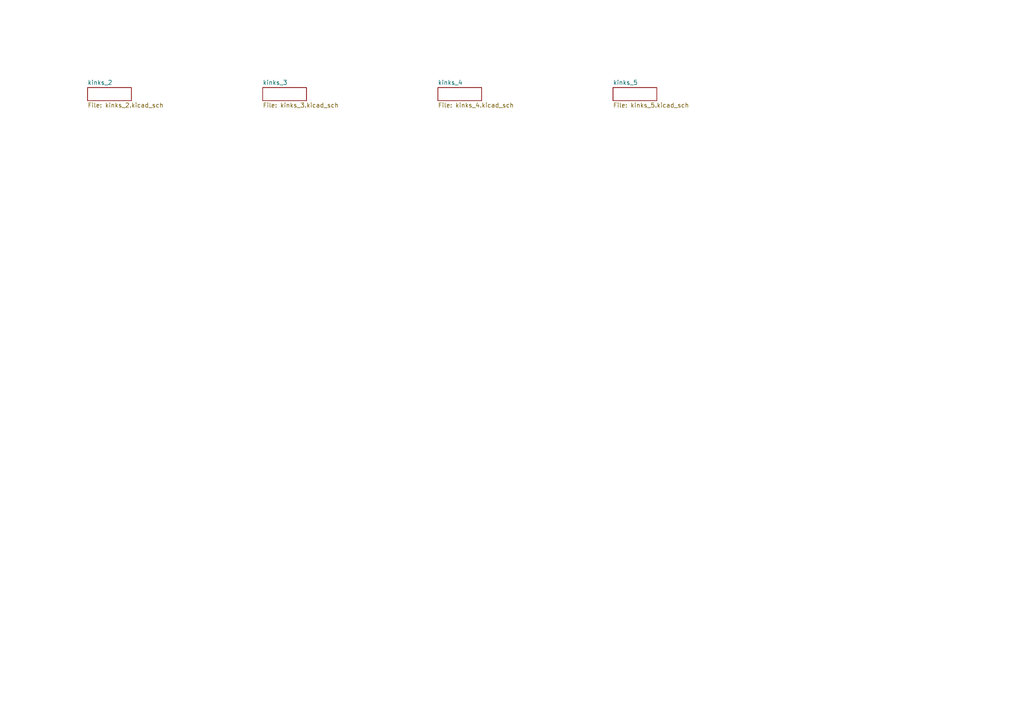
<source format=kicad_sch>
(kicad_sch (version 20211123) (generator eeschema)
  (paper "A4")
  (lib_symbols)
  (sheet (at 25.4 25.4) (size 12.7 3.81)
    (property "Sheet name" "kinks_2" (at 25.4 24.6884 0) (effects (justify left bottom)))
    (property "Sheet file" "kinks_2.kicad_sch" (at 25.4 29.7946 0) (effects (justify left top)))
  )
  (sheet (at 177.8 25.4) (size 12.7 3.81)
    (property "Sheet name" "kinks_5" (at 177.8 24.6884 0) (effects (justify left bottom)))
    (property "Sheet file" "kinks_5.kicad_sch" (at 177.8 29.7946 0) (effects (justify left top)))
  )
  (sheet (at 127 25.4) (size 12.7 3.81)
    (property "Sheet name" "kinks_4" (at 127 24.6884 0) (effects (justify left bottom)))
    (property "Sheet file" "kinks_4.kicad_sch" (at 127 29.7946 0) (effects (justify left top)))
  )
  (sheet (at 76.2 25.4) (size 12.7 3.81)
    (property "Sheet name" "kinks_3" (at 76.2 24.6884 0) (effects (justify left bottom)))
    (property "Sheet file" "kinks_3.kicad_sch" (at 76.2 29.7946 0) (effects (justify left top)))
  )
)
</source>
